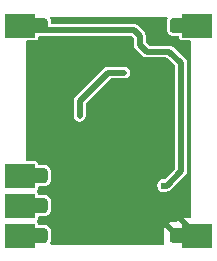
<source format=gbl>
G04 #@! TF.GenerationSoftware,KiCad,Pcbnew,9.0.1+1*
G04 #@! TF.CreationDate,2025-11-12T15:12:14+00:00*
G04 #@! TF.ProjectId,megaphone-low-current-dc-dc-converter,6d656761-7068-46f6-9e65-2d6c6f772d63,0.2*
G04 #@! TF.SameCoordinates,Original*
G04 #@! TF.FileFunction,Copper,L2,Bot*
G04 #@! TF.FilePolarity,Positive*
%FSLAX46Y46*%
G04 Gerber Fmt 4.6, Leading zero omitted, Abs format (unit mm)*
G04 Created by KiCad (PCBNEW 9.0.1+1) date 2025-11-12 15:12:14*
%MOMM*%
%LPD*%
G01*
G04 APERTURE LIST*
G04 #@! TA.AperFunction,CastellatedPad*
%ADD10R,2.540000X2.000000*%
G04 #@! TD*
G04 #@! TA.AperFunction,ViaPad*
%ADD11C,0.500000*%
G04 #@! TD*
G04 #@! TA.AperFunction,ViaPad*
%ADD12C,0.600000*%
G04 #@! TD*
G04 #@! TA.AperFunction,Conductor*
%ADD13C,0.500000*%
G04 #@! TD*
G04 APERTURE END LIST*
D10*
X127735000Y-66675000D03*
G04 #@! TA.AperFunction,ComponentPad*
G36*
G01*
X125410000Y-67050000D02*
X125410000Y-66300000D01*
G75*
G02*
X125660000Y-66050000I250000J0D01*
G01*
X126410000Y-66050000D01*
G75*
G02*
X126660000Y-66300000I0J-250000D01*
G01*
X126660000Y-67050000D01*
G75*
G02*
X126410000Y-67300000I-250000J0D01*
G01*
X125660000Y-67300000D01*
G75*
G02*
X125410000Y-67050000I0J250000D01*
G01*
G37*
G04 #@! TD.AperFunction*
X127735000Y-84455000D03*
G04 #@! TA.AperFunction,ComponentPad*
G36*
G01*
X125410000Y-84830000D02*
X125410000Y-84080000D01*
G75*
G02*
X125660000Y-83830000I250000J0D01*
G01*
X126410000Y-83830000D01*
G75*
G02*
X126660000Y-84080000I0J-250000D01*
G01*
X126660000Y-84830000D01*
G75*
G02*
X126410000Y-85080000I-250000J0D01*
G01*
X125660000Y-85080000D01*
G75*
G02*
X125410000Y-84830000I0J250000D01*
G01*
G37*
G04 #@! TD.AperFunction*
G04 #@! TA.AperFunction,ComponentPad*
G36*
G01*
X113810000Y-67050000D02*
X113810000Y-66300000D01*
G75*
G02*
X114060000Y-66050000I250000J0D01*
G01*
X114810000Y-66050000D01*
G75*
G02*
X115060000Y-66300000I0J-250000D01*
G01*
X115060000Y-67050000D01*
G75*
G02*
X114810000Y-67300000I-250000J0D01*
G01*
X114060000Y-67300000D01*
G75*
G02*
X113810000Y-67050000I0J250000D01*
G01*
G37*
G04 #@! TD.AperFunction*
X112735000Y-66675000D03*
G04 #@! TA.AperFunction,ComponentPad*
G36*
G01*
X113810000Y-79750000D02*
X113810000Y-79000000D01*
G75*
G02*
X114060000Y-78750000I250000J0D01*
G01*
X114810000Y-78750000D01*
G75*
G02*
X115060000Y-79000000I0J-250000D01*
G01*
X115060000Y-79750000D01*
G75*
G02*
X114810000Y-80000000I-250000J0D01*
G01*
X114060000Y-80000000D01*
G75*
G02*
X113810000Y-79750000I0J250000D01*
G01*
G37*
G04 #@! TD.AperFunction*
X112735000Y-79375000D03*
G04 #@! TA.AperFunction,ComponentPad*
G36*
G01*
X113810000Y-82290000D02*
X113810000Y-81540000D01*
G75*
G02*
X114060000Y-81290000I250000J0D01*
G01*
X114810000Y-81290000D01*
G75*
G02*
X115060000Y-81540000I0J-250000D01*
G01*
X115060000Y-82290000D01*
G75*
G02*
X114810000Y-82540000I-250000J0D01*
G01*
X114060000Y-82540000D01*
G75*
G02*
X113810000Y-82290000I0J250000D01*
G01*
G37*
G04 #@! TD.AperFunction*
X112735000Y-81915000D03*
G04 #@! TA.AperFunction,ComponentPad*
G36*
G01*
X113810000Y-84830000D02*
X113810000Y-84080000D01*
G75*
G02*
X114060000Y-83830000I250000J0D01*
G01*
X114810000Y-83830000D01*
G75*
G02*
X115060000Y-84080000I0J-250000D01*
G01*
X115060000Y-84830000D01*
G75*
G02*
X114810000Y-85080000I-250000J0D01*
G01*
X114060000Y-85080000D01*
G75*
G02*
X113810000Y-84830000I0J250000D01*
G01*
G37*
G04 #@! TD.AperFunction*
X112735000Y-84455000D03*
D11*
X117775000Y-74300000D03*
X121550000Y-70650000D03*
D12*
X124883000Y-80221000D03*
D11*
X124550000Y-76450000D03*
X120550000Y-71600000D03*
X121850000Y-79050000D03*
X124550000Y-75700000D03*
X119475000Y-70275000D03*
X125600000Y-68150000D03*
X116676000Y-68376000D03*
X120625000Y-76425000D03*
X113575000Y-69850000D03*
X114200000Y-68337000D03*
X115675000Y-72150000D03*
X120275000Y-69700000D03*
X124050000Y-70525000D03*
X121100000Y-79050000D03*
X118950000Y-73650000D03*
X113725000Y-73800000D03*
X124800000Y-70525000D03*
X124550000Y-77200000D03*
X115100000Y-78200000D03*
X115700000Y-68337000D03*
X113725000Y-71275000D03*
X120575000Y-74700000D03*
X115975000Y-82525000D03*
X119475000Y-82800000D03*
X123300000Y-70525000D03*
X114950000Y-68337000D03*
X124100000Y-68150000D03*
X116550000Y-69925000D03*
X118525000Y-76375000D03*
X118600000Y-74625000D03*
X123800000Y-75700000D03*
X119675000Y-73375000D03*
X117975000Y-82800000D03*
X119025000Y-73025000D03*
X115125000Y-74975000D03*
X118725000Y-82800000D03*
X124050000Y-69775000D03*
X113700000Y-75825000D03*
X118150000Y-79050000D03*
X119500000Y-73950000D03*
X120350000Y-79050000D03*
X117251000Y-69151000D03*
X113725000Y-77350000D03*
X123300000Y-69775000D03*
X119650000Y-79050000D03*
X123800000Y-77200000D03*
X124850000Y-68150000D03*
X115100000Y-76400000D03*
X118900000Y-79050000D03*
X124800000Y-69775000D03*
X116425000Y-79050000D03*
X117251000Y-69901000D03*
X117550000Y-71550000D03*
X123800000Y-76450000D03*
D13*
X117775000Y-73025000D02*
X120150000Y-70650000D01*
X117775000Y-74300000D02*
X117775000Y-73025000D01*
X120150000Y-70650000D02*
X121550000Y-70650000D01*
X126350000Y-69850000D02*
X125375000Y-68875000D01*
X114600000Y-66840000D02*
X114435000Y-66675000D01*
X125129000Y-80221000D02*
X126350000Y-79000000D01*
X125375000Y-68875000D02*
X123450000Y-68875000D01*
X124883000Y-80221000D02*
X125129000Y-80221000D01*
X122875000Y-68300000D02*
X122875000Y-67550000D01*
X114810000Y-67050000D02*
X114435000Y-66675000D01*
X122875000Y-67550000D02*
X122375000Y-67050000D01*
X123450000Y-68875000D02*
X122875000Y-68300000D01*
X122375000Y-67050000D02*
X114810000Y-67050000D01*
X126350000Y-79000000D02*
X126350000Y-69850000D01*
G04 #@! TA.AperFunction,Conductor*
G36*
X125161405Y-65925185D02*
G01*
X125207160Y-65977989D01*
X125217104Y-66047147D01*
X125210548Y-66072833D01*
X125165908Y-66192517D01*
X125159501Y-66252116D01*
X125159501Y-66252123D01*
X125159500Y-66252135D01*
X125159500Y-67097870D01*
X125159501Y-67097876D01*
X125165908Y-67157483D01*
X125216202Y-67292328D01*
X125216206Y-67292335D01*
X125302452Y-67407544D01*
X125302455Y-67407547D01*
X125417664Y-67493793D01*
X125417671Y-67493797D01*
X125462618Y-67510561D01*
X125552517Y-67544091D01*
X125612127Y-67550500D01*
X126090500Y-67550499D01*
X126157539Y-67570183D01*
X126203294Y-67622987D01*
X126214500Y-67674499D01*
X126214500Y-67699678D01*
X126229032Y-67772735D01*
X126229033Y-67772739D01*
X126247405Y-67800235D01*
X126284399Y-67855601D01*
X126367260Y-67910966D01*
X126367264Y-67910967D01*
X126440321Y-67925499D01*
X126440324Y-67925500D01*
X126440326Y-67925500D01*
X127110500Y-67925500D01*
X127177539Y-67945185D01*
X127223294Y-67997989D01*
X127234500Y-68049500D01*
X127234500Y-82831000D01*
X127214815Y-82898039D01*
X127162011Y-82943794D01*
X127110500Y-82955000D01*
X126588551Y-82955000D01*
X127198181Y-83564629D01*
X127231666Y-83625952D01*
X127234500Y-83652310D01*
X127234500Y-83746966D01*
X127129742Y-83790359D01*
X127006903Y-83872437D01*
X126902894Y-83976445D01*
X126072041Y-83145592D01*
X126021647Y-83212910D01*
X126008061Y-83249335D01*
X125966189Y-83305268D01*
X125900724Y-83329684D01*
X125891880Y-83330000D01*
X125610029Y-83330000D01*
X125610012Y-83330001D01*
X125507302Y-83340494D01*
X125340878Y-83395642D01*
X125340873Y-83395644D01*
X125333651Y-83400098D01*
X125333650Y-83400099D01*
X126013551Y-84080000D01*
X125985630Y-84080000D01*
X125890255Y-84105556D01*
X125804745Y-84154925D01*
X125734925Y-84224745D01*
X125685556Y-84310255D01*
X125660000Y-84405630D01*
X125660000Y-84433551D01*
X124980099Y-83753650D01*
X124980098Y-83753651D01*
X124975644Y-83760873D01*
X124975642Y-83760877D01*
X124920494Y-83927302D01*
X124920493Y-83927309D01*
X124910000Y-84030013D01*
X124910000Y-84879971D01*
X124910001Y-84879987D01*
X124920493Y-84982695D01*
X124946606Y-85061495D01*
X124949008Y-85131324D01*
X124913277Y-85191366D01*
X124850756Y-85222559D01*
X124828900Y-85224500D01*
X115375634Y-85224500D01*
X115308595Y-85204815D01*
X115262840Y-85152011D01*
X115252896Y-85082853D01*
X115259452Y-85057167D01*
X115304091Y-84937482D01*
X115310500Y-84877873D01*
X115310499Y-84032128D01*
X115305299Y-83983757D01*
X115304091Y-83972516D01*
X115253797Y-83837671D01*
X115253793Y-83837664D01*
X115167547Y-83722455D01*
X115167544Y-83722452D01*
X115052335Y-83636206D01*
X115052328Y-83636202D01*
X114917482Y-83585908D01*
X114917483Y-83585908D01*
X114857883Y-83579501D01*
X114857881Y-83579500D01*
X114857873Y-83579500D01*
X114857865Y-83579500D01*
X114379500Y-83579500D01*
X114312461Y-83559815D01*
X114266706Y-83507011D01*
X114255500Y-83455500D01*
X114255500Y-83430323D01*
X114255499Y-83430321D01*
X114240967Y-83357264D01*
X114240966Y-83357260D01*
X114185601Y-83274399D01*
X114185599Y-83274397D01*
X114185598Y-83274396D01*
X114183883Y-83272681D01*
X114181337Y-83268018D01*
X114178815Y-83264244D01*
X114179152Y-83264018D01*
X114150398Y-83211358D01*
X114155382Y-83141666D01*
X114183883Y-83097319D01*
X114185598Y-83095603D01*
X114185597Y-83095603D01*
X114185601Y-83095601D01*
X114240966Y-83012740D01*
X114255500Y-82939674D01*
X114255500Y-82914499D01*
X114275185Y-82847460D01*
X114327989Y-82801705D01*
X114379500Y-82790499D01*
X114857871Y-82790499D01*
X114857872Y-82790499D01*
X114917483Y-82784091D01*
X115052331Y-82733796D01*
X115167546Y-82647546D01*
X115253796Y-82532331D01*
X115304091Y-82397483D01*
X115310500Y-82337873D01*
X115310499Y-81492128D01*
X115304091Y-81432517D01*
X115253796Y-81297669D01*
X115253795Y-81297668D01*
X115253793Y-81297664D01*
X115167547Y-81182455D01*
X115167544Y-81182452D01*
X115052335Y-81096206D01*
X115052328Y-81096202D01*
X114917482Y-81045908D01*
X114917483Y-81045908D01*
X114857883Y-81039501D01*
X114857881Y-81039500D01*
X114857873Y-81039500D01*
X114857865Y-81039500D01*
X114379500Y-81039500D01*
X114312461Y-81019815D01*
X114266706Y-80967011D01*
X114255500Y-80915500D01*
X114255500Y-80890323D01*
X114255499Y-80890321D01*
X114240967Y-80817264D01*
X114240966Y-80817260D01*
X114185601Y-80734399D01*
X114185599Y-80734397D01*
X114185598Y-80734396D01*
X114183883Y-80732681D01*
X114181337Y-80728018D01*
X114178815Y-80724244D01*
X114179152Y-80724018D01*
X114150398Y-80671358D01*
X114155382Y-80601666D01*
X114183883Y-80557319D01*
X114185598Y-80555603D01*
X114185597Y-80555603D01*
X114185601Y-80555601D01*
X114240966Y-80472740D01*
X114255500Y-80399674D01*
X114255500Y-80374499D01*
X114275185Y-80307460D01*
X114327989Y-80261705D01*
X114379500Y-80250499D01*
X114857871Y-80250499D01*
X114857872Y-80250499D01*
X114917483Y-80244091D01*
X115052331Y-80193796D01*
X115167546Y-80107546D01*
X115253796Y-79992331D01*
X115304091Y-79857483D01*
X115310500Y-79797873D01*
X115310499Y-78952128D01*
X115304091Y-78892517D01*
X115280402Y-78829004D01*
X115253797Y-78757671D01*
X115253793Y-78757664D01*
X115167547Y-78642455D01*
X115167544Y-78642452D01*
X115052335Y-78556206D01*
X115052328Y-78556202D01*
X114917482Y-78505908D01*
X114917483Y-78505908D01*
X114857883Y-78499501D01*
X114857881Y-78499500D01*
X114857873Y-78499500D01*
X114857865Y-78499500D01*
X114379500Y-78499500D01*
X114312461Y-78479815D01*
X114266706Y-78427011D01*
X114255500Y-78375500D01*
X114255500Y-78350323D01*
X114255499Y-78350321D01*
X114240967Y-78277264D01*
X114240966Y-78277260D01*
X114185601Y-78194399D01*
X114102740Y-78139034D01*
X114102739Y-78139033D01*
X114102735Y-78139032D01*
X114029677Y-78124500D01*
X114029674Y-78124500D01*
X113359500Y-78124500D01*
X113292461Y-78104815D01*
X113246706Y-78052011D01*
X113235500Y-78000500D01*
X113235500Y-72959108D01*
X117274500Y-72959108D01*
X117274500Y-74365891D01*
X117308608Y-74493187D01*
X117341554Y-74550250D01*
X117374500Y-74607314D01*
X117467686Y-74700500D01*
X117581814Y-74766392D01*
X117709108Y-74800500D01*
X117709110Y-74800500D01*
X117840890Y-74800500D01*
X117840892Y-74800500D01*
X117968186Y-74766392D01*
X118082314Y-74700500D01*
X118175500Y-74607314D01*
X118241392Y-74493186D01*
X118275500Y-74365892D01*
X118275500Y-73283675D01*
X118295185Y-73216636D01*
X118311819Y-73195994D01*
X120320994Y-71186819D01*
X120382317Y-71153334D01*
X120408675Y-71150500D01*
X121615890Y-71150500D01*
X121615892Y-71150500D01*
X121743186Y-71116392D01*
X121857314Y-71050500D01*
X121950500Y-70957314D01*
X122016392Y-70843186D01*
X122050500Y-70715892D01*
X122050500Y-70584108D01*
X122016392Y-70456814D01*
X121950500Y-70342686D01*
X121857314Y-70249500D01*
X121800250Y-70216554D01*
X121743187Y-70183608D01*
X121679539Y-70166554D01*
X121615892Y-70149500D01*
X120215892Y-70149500D01*
X120084107Y-70149500D01*
X120084105Y-70149500D01*
X120054944Y-70157313D01*
X120054945Y-70157314D01*
X119956814Y-70183608D01*
X119956812Y-70183608D01*
X119956812Y-70183609D01*
X119842686Y-70249500D01*
X119842683Y-70249502D01*
X119749498Y-70342688D01*
X117450245Y-72641940D01*
X117450244Y-72641940D01*
X117450245Y-72641941D01*
X117374500Y-72717686D01*
X117308608Y-72831812D01*
X117274500Y-72959108D01*
X113235500Y-72959108D01*
X113235500Y-68049500D01*
X113255185Y-67982461D01*
X113307989Y-67936706D01*
X113359500Y-67925500D01*
X114029676Y-67925500D01*
X114029677Y-67925499D01*
X114102740Y-67910966D01*
X114185601Y-67855601D01*
X114240966Y-67772740D01*
X114255500Y-67699674D01*
X114255500Y-67674499D01*
X114275185Y-67607460D01*
X114327989Y-67561705D01*
X114379500Y-67550499D01*
X114736495Y-67550499D01*
X114736511Y-67550500D01*
X114744107Y-67550500D01*
X114744108Y-67550500D01*
X122116324Y-67550500D01*
X122145764Y-67559144D01*
X122175751Y-67565668D01*
X122180766Y-67569422D01*
X122183363Y-67570185D01*
X122204005Y-67586819D01*
X122338181Y-67720995D01*
X122371666Y-67782318D01*
X122374500Y-67808676D01*
X122374500Y-68234108D01*
X122374500Y-68365892D01*
X122385946Y-68408608D01*
X122408608Y-68493187D01*
X122441554Y-68550250D01*
X122474500Y-68607314D01*
X123142686Y-69275500D01*
X123256814Y-69341392D01*
X123384108Y-69375500D01*
X123515893Y-69375500D01*
X125116324Y-69375500D01*
X125183363Y-69395185D01*
X125204005Y-69411819D01*
X125813181Y-70020994D01*
X125846666Y-70082317D01*
X125849500Y-70108675D01*
X125849500Y-78741323D01*
X125829815Y-78808362D01*
X125813181Y-78829004D01*
X125008004Y-79634181D01*
X124946681Y-79667666D01*
X124920323Y-79670500D01*
X124810525Y-79670500D01*
X124681993Y-79704940D01*
X124670511Y-79708017D01*
X124544988Y-79780488D01*
X124544982Y-79780493D01*
X124442493Y-79882982D01*
X124442488Y-79882988D01*
X124370017Y-80008511D01*
X124370016Y-80008515D01*
X124332500Y-80148525D01*
X124332500Y-80293475D01*
X124370016Y-80433485D01*
X124370017Y-80433488D01*
X124442488Y-80559011D01*
X124442490Y-80559013D01*
X124442491Y-80559015D01*
X124544985Y-80661509D01*
X124544986Y-80661510D01*
X124544988Y-80661511D01*
X124670511Y-80733982D01*
X124670512Y-80733982D01*
X124670515Y-80733984D01*
X124810525Y-80771500D01*
X124810528Y-80771500D01*
X124955472Y-80771500D01*
X124955475Y-80771500D01*
X125095485Y-80733984D01*
X125095488Y-80733981D01*
X125102838Y-80730938D01*
X125150289Y-80721500D01*
X125194890Y-80721500D01*
X125194892Y-80721500D01*
X125322186Y-80687392D01*
X125436314Y-80621500D01*
X126750500Y-79307314D01*
X126816392Y-79193186D01*
X126850500Y-79065892D01*
X126850500Y-78934107D01*
X126850500Y-69784108D01*
X126816392Y-69656814D01*
X126750500Y-69542686D01*
X126657314Y-69449500D01*
X126657313Y-69449499D01*
X126652983Y-69445169D01*
X126652972Y-69445159D01*
X125682316Y-68474502D01*
X125682315Y-68474501D01*
X125682314Y-68474500D01*
X125625250Y-68441554D01*
X125568187Y-68408608D01*
X125504539Y-68391554D01*
X125440892Y-68374500D01*
X125440891Y-68374500D01*
X123708676Y-68374500D01*
X123641637Y-68354815D01*
X123620995Y-68338181D01*
X123411819Y-68129005D01*
X123378334Y-68067682D01*
X123375500Y-68041324D01*
X123375500Y-67484110D01*
X123375500Y-67484108D01*
X123341392Y-67356814D01*
X123275500Y-67242686D01*
X123182314Y-67149500D01*
X122682314Y-66649500D01*
X122625250Y-66616554D01*
X122568187Y-66583608D01*
X122504539Y-66566554D01*
X122440892Y-66549500D01*
X122440891Y-66549500D01*
X115434499Y-66549500D01*
X115367460Y-66529815D01*
X115321705Y-66477011D01*
X115310499Y-66425500D01*
X115310499Y-66252129D01*
X115310498Y-66252123D01*
X115310497Y-66252116D01*
X115304091Y-66192517D01*
X115259452Y-66072833D01*
X115254468Y-66003141D01*
X115287953Y-65941818D01*
X115349276Y-65908334D01*
X115375634Y-65905500D01*
X125094366Y-65905500D01*
X125161405Y-65925185D01*
G37*
G04 #@! TD.AperFunction*
M02*

</source>
